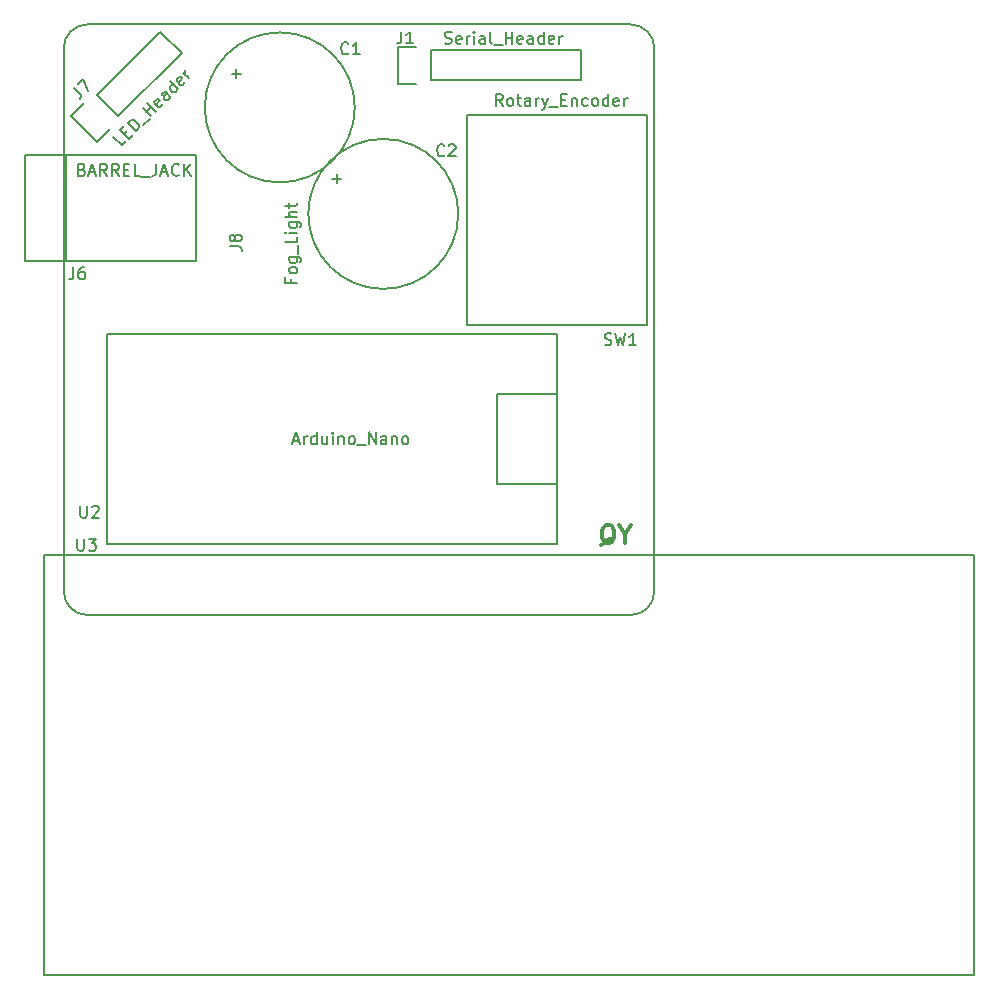
<source format=gto>
G04 #@! TF.FileFunction,Legend,Top*
%FSLAX46Y46*%
G04 Gerber Fmt 4.6, Leading zero omitted, Abs format (unit mm)*
G04 Created by KiCad (PCBNEW 4.0.1-stable) date 1/31/2016 9:18:08 PM*
%MOMM*%
G01*
G04 APERTURE LIST*
%ADD10C,0.100000*%
%ADD11C,0.200000*%
%ADD12C,0.300000*%
%ADD13C,0.150000*%
G04 APERTURE END LIST*
D10*
D11*
X106896800Y-55050800D02*
G75*
G03X104896800Y-53050800I-2000000J0D01*
G01*
X104896800Y-103050800D02*
G75*
G03X106896800Y-101050800I0J2000000D01*
G01*
X104896800Y-103050800D02*
X58896800Y-103050800D01*
X56896800Y-101050800D02*
X56896800Y-55050800D01*
X58896800Y-53050800D02*
X104896800Y-53050800D01*
D12*
X104417714Y-96230286D02*
X104417714Y-96944571D01*
X104917714Y-95444571D02*
X104417714Y-96230286D01*
X103917714Y-95444571D01*
X102417714Y-97087429D02*
X102560571Y-97016000D01*
X102703428Y-96873143D01*
X102917714Y-96658857D01*
X103060571Y-96587429D01*
X103203428Y-96587429D01*
X103132000Y-96944571D02*
X103274857Y-96873143D01*
X103417714Y-96730286D01*
X103489143Y-96444571D01*
X103489143Y-95944571D01*
X103417714Y-95658857D01*
X103274857Y-95516000D01*
X103132000Y-95444571D01*
X102846286Y-95444571D01*
X102703428Y-95516000D01*
X102560571Y-95658857D01*
X102489143Y-95944571D01*
X102489143Y-96444571D01*
X102560571Y-96730286D01*
X102703428Y-96873143D01*
X102846286Y-96944571D01*
X103132000Y-96944571D01*
D11*
X106896800Y-55050800D02*
X106896800Y-101050800D01*
X104896800Y-103050800D02*
X58896800Y-103050800D01*
X58896800Y-53050800D02*
G75*
G03X56896800Y-55050800I0J-2000000D01*
G01*
X56896800Y-101050800D02*
G75*
G03X58896800Y-103050800I2000000J0D01*
G01*
D13*
X90297000Y-69088000D02*
G75*
G03X90297000Y-69088000I-6350000J0D01*
G01*
X61486051Y-60833000D02*
X66874205Y-55444846D01*
X59690000Y-59036949D02*
X65078154Y-53648795D01*
X57497969Y-60833000D02*
X58593984Y-59736984D01*
X66874205Y-55444846D02*
X65078154Y-53648795D01*
X59690000Y-59036949D02*
X61486051Y-60833000D01*
X60786016Y-61929016D02*
X59690000Y-63025031D01*
X59690000Y-63025031D02*
X57497969Y-60833000D01*
X98679000Y-84328000D02*
X93599000Y-84328000D01*
X93599000Y-84328000D02*
X93599000Y-90678000D01*
X93599000Y-90678000D02*
X93599000Y-91948000D01*
X93599000Y-91948000D02*
X98679000Y-91948000D01*
X60579000Y-79248000D02*
X98679000Y-79248000D01*
X98679000Y-79248000D02*
X98679000Y-97028000D01*
X98679000Y-97028000D02*
X60579000Y-97028000D01*
X60579000Y-97028000D02*
X60579000Y-79248000D01*
X81534000Y-60071000D02*
G75*
G03X81534000Y-60071000I-6350000J0D01*
G01*
X88011000Y-55245000D02*
X100711000Y-55245000D01*
X100711000Y-55245000D02*
X100711000Y-57785000D01*
X100711000Y-57785000D02*
X88011000Y-57785000D01*
X85191000Y-54965000D02*
X86741000Y-54965000D01*
X88011000Y-55245000D02*
X88011000Y-57785000D01*
X86741000Y-58065000D02*
X85191000Y-58065000D01*
X85191000Y-58065000D02*
X85191000Y-54965000D01*
X106299000Y-77216000D02*
X106299000Y-60706000D01*
X106299000Y-60706000D02*
X91059000Y-60706000D01*
X91059000Y-60706000D02*
X91059000Y-77216000D01*
X91059000Y-77216000D02*
X91059000Y-78486000D01*
X91059000Y-78486000D02*
X106299000Y-78486000D01*
X106299000Y-78486000D02*
X106299000Y-77216000D01*
X108534200Y-97993200D02*
X133934200Y-97993200D01*
X133934200Y-97993200D02*
X133934200Y-133553200D01*
X133934200Y-133553200D02*
X108534200Y-133553200D01*
X108534200Y-97993200D02*
X55194200Y-97993200D01*
X55194200Y-97993200D02*
X55194200Y-133553200D01*
X55194200Y-133553200D02*
X108534200Y-133553200D01*
X55194200Y-133553200D02*
X55194200Y-97993200D01*
X57086500Y-64079120D02*
X57086500Y-73080880D01*
X53586380Y-64079120D02*
X53586380Y-73080880D01*
X53586380Y-73080880D02*
X68087240Y-73080880D01*
X68087240Y-73080880D02*
X68087240Y-64079120D01*
X68087240Y-64079120D02*
X53586380Y-64079120D01*
X89114334Y-64111143D02*
X89066715Y-64158762D01*
X88923858Y-64206381D01*
X88828620Y-64206381D01*
X88685762Y-64158762D01*
X88590524Y-64063524D01*
X88542905Y-63968286D01*
X88495286Y-63777810D01*
X88495286Y-63634952D01*
X88542905Y-63444476D01*
X88590524Y-63349238D01*
X88685762Y-63254000D01*
X88828620Y-63206381D01*
X88923858Y-63206381D01*
X89066715Y-63254000D01*
X89114334Y-63301619D01*
X89495286Y-63301619D02*
X89542905Y-63254000D01*
X89638143Y-63206381D01*
X89876239Y-63206381D01*
X89971477Y-63254000D01*
X90019096Y-63301619D01*
X90066715Y-63396857D01*
X90066715Y-63492095D01*
X90019096Y-63634952D01*
X89447667Y-64206381D01*
X90066715Y-64206381D01*
X79629048Y-66111429D02*
X80390953Y-66111429D01*
X80010001Y-66492381D02*
X80010001Y-65730476D01*
X57797072Y-58395477D02*
X58302148Y-58900553D01*
X58369491Y-59035241D01*
X58369491Y-59169928D01*
X58302148Y-59304615D01*
X58234804Y-59371958D01*
X58066446Y-58126103D02*
X58537850Y-57654698D01*
X58941911Y-58664851D01*
X62149828Y-62949935D02*
X61813110Y-63286653D01*
X61106004Y-62579546D01*
X62015141Y-62343843D02*
X62250843Y-62108141D01*
X62722248Y-62377515D02*
X62385530Y-62714233D01*
X61678424Y-62007126D01*
X62015141Y-61670408D01*
X63025294Y-62074470D02*
X62318187Y-61367363D01*
X62486545Y-61199004D01*
X62621233Y-61131660D01*
X62755920Y-61131660D01*
X62856935Y-61165332D01*
X63025294Y-61266347D01*
X63126310Y-61367363D01*
X63227325Y-61535721D01*
X63260996Y-61636737D01*
X63260996Y-61771424D01*
X63193652Y-61906111D01*
X63025294Y-62074470D01*
X63631385Y-61603065D02*
X64170133Y-61064317D01*
X64271149Y-60828615D02*
X63564042Y-60121508D01*
X63900759Y-60458225D02*
X64304820Y-60054164D01*
X64675210Y-60424553D02*
X63968103Y-59717447D01*
X65247630Y-59784790D02*
X65213958Y-59885805D01*
X65079271Y-60020493D01*
X64978255Y-60054164D01*
X64877240Y-60020493D01*
X64607866Y-59751118D01*
X64574194Y-59650103D01*
X64607866Y-59549088D01*
X64742553Y-59414400D01*
X64843569Y-59380729D01*
X64944584Y-59414400D01*
X65011928Y-59481745D01*
X64742553Y-59885806D01*
X65921065Y-59178698D02*
X65550675Y-58808309D01*
X65449660Y-58774637D01*
X65348645Y-58808309D01*
X65213957Y-58942996D01*
X65180286Y-59044012D01*
X65887393Y-59145027D02*
X65853721Y-59246042D01*
X65685362Y-59414401D01*
X65584347Y-59448073D01*
X65483332Y-59414401D01*
X65415988Y-59347058D01*
X65382317Y-59246043D01*
X65415988Y-59145027D01*
X65584348Y-58976668D01*
X65618019Y-58875653D01*
X66560828Y-58538935D02*
X65853721Y-57831828D01*
X66527157Y-58505263D02*
X66493485Y-58606279D01*
X66358797Y-58740966D01*
X66257782Y-58774638D01*
X66190439Y-58774638D01*
X66089424Y-58740966D01*
X65887393Y-58538935D01*
X65853721Y-58437920D01*
X65853721Y-58370576D01*
X65887393Y-58269561D01*
X66022080Y-58134874D01*
X66123095Y-58101202D01*
X67133248Y-57899172D02*
X67099576Y-58000187D01*
X66964889Y-58134874D01*
X66863874Y-58168546D01*
X66762859Y-58134874D01*
X66493484Y-57865500D01*
X66459812Y-57764485D01*
X66493484Y-57663470D01*
X66628172Y-57528782D01*
X66729187Y-57495110D01*
X66830202Y-57528782D01*
X66897546Y-57596126D01*
X66628172Y-58000188D01*
X67503637Y-57596126D02*
X67032232Y-57124722D01*
X67166919Y-57259408D02*
X67133247Y-57158393D01*
X67133247Y-57091050D01*
X67166919Y-56990035D01*
X67234263Y-56922690D01*
X58293095Y-93813381D02*
X58293095Y-94622905D01*
X58340714Y-94718143D01*
X58388333Y-94765762D01*
X58483571Y-94813381D01*
X58674048Y-94813381D01*
X58769286Y-94765762D01*
X58816905Y-94718143D01*
X58864524Y-94622905D01*
X58864524Y-93813381D01*
X59293095Y-93908619D02*
X59340714Y-93861000D01*
X59435952Y-93813381D01*
X59674048Y-93813381D01*
X59769286Y-93861000D01*
X59816905Y-93908619D01*
X59864524Y-94003857D01*
X59864524Y-94099095D01*
X59816905Y-94241952D01*
X59245476Y-94813381D01*
X59864524Y-94813381D01*
X76346657Y-88304667D02*
X76822848Y-88304667D01*
X76251419Y-88590381D02*
X76584752Y-87590381D01*
X76918086Y-88590381D01*
X77251419Y-88590381D02*
X77251419Y-87923714D01*
X77251419Y-88114190D02*
X77299038Y-88018952D01*
X77346657Y-87971333D01*
X77441895Y-87923714D01*
X77537134Y-87923714D01*
X78299039Y-88590381D02*
X78299039Y-87590381D01*
X78299039Y-88542762D02*
X78203801Y-88590381D01*
X78013324Y-88590381D01*
X77918086Y-88542762D01*
X77870467Y-88495143D01*
X77822848Y-88399905D01*
X77822848Y-88114190D01*
X77870467Y-88018952D01*
X77918086Y-87971333D01*
X78013324Y-87923714D01*
X78203801Y-87923714D01*
X78299039Y-87971333D01*
X79203801Y-87923714D02*
X79203801Y-88590381D01*
X78775229Y-87923714D02*
X78775229Y-88447524D01*
X78822848Y-88542762D01*
X78918086Y-88590381D01*
X79060944Y-88590381D01*
X79156182Y-88542762D01*
X79203801Y-88495143D01*
X79679991Y-88590381D02*
X79679991Y-87923714D01*
X79679991Y-87590381D02*
X79632372Y-87638000D01*
X79679991Y-87685619D01*
X79727610Y-87638000D01*
X79679991Y-87590381D01*
X79679991Y-87685619D01*
X80156181Y-87923714D02*
X80156181Y-88590381D01*
X80156181Y-88018952D02*
X80203800Y-87971333D01*
X80299038Y-87923714D01*
X80441896Y-87923714D01*
X80537134Y-87971333D01*
X80584753Y-88066571D01*
X80584753Y-88590381D01*
X81203800Y-88590381D02*
X81108562Y-88542762D01*
X81060943Y-88495143D01*
X81013324Y-88399905D01*
X81013324Y-88114190D01*
X81060943Y-88018952D01*
X81108562Y-87971333D01*
X81203800Y-87923714D01*
X81346658Y-87923714D01*
X81441896Y-87971333D01*
X81489515Y-88018952D01*
X81537134Y-88114190D01*
X81537134Y-88399905D01*
X81489515Y-88495143D01*
X81441896Y-88542762D01*
X81346658Y-88590381D01*
X81203800Y-88590381D01*
X81727610Y-88685619D02*
X82489515Y-88685619D01*
X82727610Y-88590381D02*
X82727610Y-87590381D01*
X83299039Y-88590381D01*
X83299039Y-87590381D01*
X84203801Y-88590381D02*
X84203801Y-88066571D01*
X84156182Y-87971333D01*
X84060944Y-87923714D01*
X83870467Y-87923714D01*
X83775229Y-87971333D01*
X84203801Y-88542762D02*
X84108563Y-88590381D01*
X83870467Y-88590381D01*
X83775229Y-88542762D01*
X83727610Y-88447524D01*
X83727610Y-88352286D01*
X83775229Y-88257048D01*
X83870467Y-88209429D01*
X84108563Y-88209429D01*
X84203801Y-88161810D01*
X84679991Y-87923714D02*
X84679991Y-88590381D01*
X84679991Y-88018952D02*
X84727610Y-87971333D01*
X84822848Y-87923714D01*
X84965706Y-87923714D01*
X85060944Y-87971333D01*
X85108563Y-88066571D01*
X85108563Y-88590381D01*
X85727610Y-88590381D02*
X85632372Y-88542762D01*
X85584753Y-88495143D01*
X85537134Y-88399905D01*
X85537134Y-88114190D01*
X85584753Y-88018952D01*
X85632372Y-87971333D01*
X85727610Y-87923714D01*
X85870468Y-87923714D01*
X85965706Y-87971333D01*
X86013325Y-88018952D01*
X86060944Y-88114190D01*
X86060944Y-88399905D01*
X86013325Y-88495143D01*
X85965706Y-88542762D01*
X85870468Y-88590381D01*
X85727610Y-88590381D01*
X80986334Y-55475143D02*
X80938715Y-55522762D01*
X80795858Y-55570381D01*
X80700620Y-55570381D01*
X80557762Y-55522762D01*
X80462524Y-55427524D01*
X80414905Y-55332286D01*
X80367286Y-55141810D01*
X80367286Y-54998952D01*
X80414905Y-54808476D01*
X80462524Y-54713238D01*
X80557762Y-54618000D01*
X80700620Y-54570381D01*
X80795858Y-54570381D01*
X80938715Y-54618000D01*
X80986334Y-54665619D01*
X81938715Y-55570381D02*
X81367286Y-55570381D01*
X81653000Y-55570381D02*
X81653000Y-54570381D01*
X81557762Y-54713238D01*
X81462524Y-54808476D01*
X81367286Y-54856095D01*
X71120048Y-57221429D02*
X71881953Y-57221429D01*
X71501001Y-57602381D02*
X71501001Y-56840476D01*
X85467867Y-53655981D02*
X85467867Y-54370267D01*
X85420247Y-54513124D01*
X85325009Y-54608362D01*
X85182152Y-54655981D01*
X85086914Y-54655981D01*
X86467867Y-54655981D02*
X85896438Y-54655981D01*
X86182152Y-54655981D02*
X86182152Y-53655981D01*
X86086914Y-53798838D01*
X85991676Y-53894076D01*
X85896438Y-53941695D01*
X89154618Y-54633762D02*
X89297475Y-54681381D01*
X89535571Y-54681381D01*
X89630809Y-54633762D01*
X89678428Y-54586143D01*
X89726047Y-54490905D01*
X89726047Y-54395667D01*
X89678428Y-54300429D01*
X89630809Y-54252810D01*
X89535571Y-54205190D01*
X89345094Y-54157571D01*
X89249856Y-54109952D01*
X89202237Y-54062333D01*
X89154618Y-53967095D01*
X89154618Y-53871857D01*
X89202237Y-53776619D01*
X89249856Y-53729000D01*
X89345094Y-53681381D01*
X89583190Y-53681381D01*
X89726047Y-53729000D01*
X90535571Y-54633762D02*
X90440333Y-54681381D01*
X90249856Y-54681381D01*
X90154618Y-54633762D01*
X90106999Y-54538524D01*
X90106999Y-54157571D01*
X90154618Y-54062333D01*
X90249856Y-54014714D01*
X90440333Y-54014714D01*
X90535571Y-54062333D01*
X90583190Y-54157571D01*
X90583190Y-54252810D01*
X90106999Y-54348048D01*
X91011761Y-54681381D02*
X91011761Y-54014714D01*
X91011761Y-54205190D02*
X91059380Y-54109952D01*
X91106999Y-54062333D01*
X91202237Y-54014714D01*
X91297476Y-54014714D01*
X91630809Y-54681381D02*
X91630809Y-54014714D01*
X91630809Y-53681381D02*
X91583190Y-53729000D01*
X91630809Y-53776619D01*
X91678428Y-53729000D01*
X91630809Y-53681381D01*
X91630809Y-53776619D01*
X92535571Y-54681381D02*
X92535571Y-54157571D01*
X92487952Y-54062333D01*
X92392714Y-54014714D01*
X92202237Y-54014714D01*
X92106999Y-54062333D01*
X92535571Y-54633762D02*
X92440333Y-54681381D01*
X92202237Y-54681381D01*
X92106999Y-54633762D01*
X92059380Y-54538524D01*
X92059380Y-54443286D01*
X92106999Y-54348048D01*
X92202237Y-54300429D01*
X92440333Y-54300429D01*
X92535571Y-54252810D01*
X93154618Y-54681381D02*
X93059380Y-54633762D01*
X93011761Y-54538524D01*
X93011761Y-53681381D01*
X93297476Y-54776619D02*
X94059381Y-54776619D01*
X94297476Y-54681381D02*
X94297476Y-53681381D01*
X94297476Y-54157571D02*
X94868905Y-54157571D01*
X94868905Y-54681381D02*
X94868905Y-53681381D01*
X95726048Y-54633762D02*
X95630810Y-54681381D01*
X95440333Y-54681381D01*
X95345095Y-54633762D01*
X95297476Y-54538524D01*
X95297476Y-54157571D01*
X95345095Y-54062333D01*
X95440333Y-54014714D01*
X95630810Y-54014714D01*
X95726048Y-54062333D01*
X95773667Y-54157571D01*
X95773667Y-54252810D01*
X95297476Y-54348048D01*
X96630810Y-54681381D02*
X96630810Y-54157571D01*
X96583191Y-54062333D01*
X96487953Y-54014714D01*
X96297476Y-54014714D01*
X96202238Y-54062333D01*
X96630810Y-54633762D02*
X96535572Y-54681381D01*
X96297476Y-54681381D01*
X96202238Y-54633762D01*
X96154619Y-54538524D01*
X96154619Y-54443286D01*
X96202238Y-54348048D01*
X96297476Y-54300429D01*
X96535572Y-54300429D01*
X96630810Y-54252810D01*
X97535572Y-54681381D02*
X97535572Y-53681381D01*
X97535572Y-54633762D02*
X97440334Y-54681381D01*
X97249857Y-54681381D01*
X97154619Y-54633762D01*
X97107000Y-54586143D01*
X97059381Y-54490905D01*
X97059381Y-54205190D01*
X97107000Y-54109952D01*
X97154619Y-54062333D01*
X97249857Y-54014714D01*
X97440334Y-54014714D01*
X97535572Y-54062333D01*
X98392715Y-54633762D02*
X98297477Y-54681381D01*
X98107000Y-54681381D01*
X98011762Y-54633762D01*
X97964143Y-54538524D01*
X97964143Y-54157571D01*
X98011762Y-54062333D01*
X98107000Y-54014714D01*
X98297477Y-54014714D01*
X98392715Y-54062333D01*
X98440334Y-54157571D01*
X98440334Y-54252810D01*
X97964143Y-54348048D01*
X98868905Y-54681381D02*
X98868905Y-54014714D01*
X98868905Y-54205190D02*
X98916524Y-54109952D01*
X98964143Y-54062333D01*
X99059381Y-54014714D01*
X99154620Y-54014714D01*
X102679667Y-80160762D02*
X102822524Y-80208381D01*
X103060620Y-80208381D01*
X103155858Y-80160762D01*
X103203477Y-80113143D01*
X103251096Y-80017905D01*
X103251096Y-79922667D01*
X103203477Y-79827429D01*
X103155858Y-79779810D01*
X103060620Y-79732190D01*
X102870143Y-79684571D01*
X102774905Y-79636952D01*
X102727286Y-79589333D01*
X102679667Y-79494095D01*
X102679667Y-79398857D01*
X102727286Y-79303619D01*
X102774905Y-79256000D01*
X102870143Y-79208381D01*
X103108239Y-79208381D01*
X103251096Y-79256000D01*
X103584429Y-79208381D02*
X103822524Y-80208381D01*
X104013001Y-79494095D01*
X104203477Y-80208381D01*
X104441572Y-79208381D01*
X105346334Y-80208381D02*
X104774905Y-80208381D01*
X105060619Y-80208381D02*
X105060619Y-79208381D01*
X104965381Y-79351238D01*
X104870143Y-79446476D01*
X104774905Y-79494095D01*
X94055228Y-59939181D02*
X93721894Y-59462990D01*
X93483799Y-59939181D02*
X93483799Y-58939181D01*
X93864752Y-58939181D01*
X93959990Y-58986800D01*
X94007609Y-59034419D01*
X94055228Y-59129657D01*
X94055228Y-59272514D01*
X94007609Y-59367752D01*
X93959990Y-59415371D01*
X93864752Y-59462990D01*
X93483799Y-59462990D01*
X94626656Y-59939181D02*
X94531418Y-59891562D01*
X94483799Y-59843943D01*
X94436180Y-59748705D01*
X94436180Y-59462990D01*
X94483799Y-59367752D01*
X94531418Y-59320133D01*
X94626656Y-59272514D01*
X94769514Y-59272514D01*
X94864752Y-59320133D01*
X94912371Y-59367752D01*
X94959990Y-59462990D01*
X94959990Y-59748705D01*
X94912371Y-59843943D01*
X94864752Y-59891562D01*
X94769514Y-59939181D01*
X94626656Y-59939181D01*
X95245704Y-59272514D02*
X95626656Y-59272514D01*
X95388561Y-58939181D02*
X95388561Y-59796324D01*
X95436180Y-59891562D01*
X95531418Y-59939181D01*
X95626656Y-59939181D01*
X96388562Y-59939181D02*
X96388562Y-59415371D01*
X96340943Y-59320133D01*
X96245705Y-59272514D01*
X96055228Y-59272514D01*
X95959990Y-59320133D01*
X96388562Y-59891562D02*
X96293324Y-59939181D01*
X96055228Y-59939181D01*
X95959990Y-59891562D01*
X95912371Y-59796324D01*
X95912371Y-59701086D01*
X95959990Y-59605848D01*
X96055228Y-59558229D01*
X96293324Y-59558229D01*
X96388562Y-59510610D01*
X96864752Y-59939181D02*
X96864752Y-59272514D01*
X96864752Y-59462990D02*
X96912371Y-59367752D01*
X96959990Y-59320133D01*
X97055228Y-59272514D01*
X97150467Y-59272514D01*
X97388562Y-59272514D02*
X97626657Y-59939181D01*
X97864753Y-59272514D02*
X97626657Y-59939181D01*
X97531419Y-60177276D01*
X97483800Y-60224895D01*
X97388562Y-60272514D01*
X98007610Y-60034419D02*
X98769515Y-60034419D01*
X99007610Y-59415371D02*
X99340944Y-59415371D01*
X99483801Y-59939181D02*
X99007610Y-59939181D01*
X99007610Y-58939181D01*
X99483801Y-58939181D01*
X99912372Y-59272514D02*
X99912372Y-59939181D01*
X99912372Y-59367752D02*
X99959991Y-59320133D01*
X100055229Y-59272514D01*
X100198087Y-59272514D01*
X100293325Y-59320133D01*
X100340944Y-59415371D01*
X100340944Y-59939181D01*
X101245706Y-59891562D02*
X101150468Y-59939181D01*
X100959991Y-59939181D01*
X100864753Y-59891562D01*
X100817134Y-59843943D01*
X100769515Y-59748705D01*
X100769515Y-59462990D01*
X100817134Y-59367752D01*
X100864753Y-59320133D01*
X100959991Y-59272514D01*
X101150468Y-59272514D01*
X101245706Y-59320133D01*
X101817134Y-59939181D02*
X101721896Y-59891562D01*
X101674277Y-59843943D01*
X101626658Y-59748705D01*
X101626658Y-59462990D01*
X101674277Y-59367752D01*
X101721896Y-59320133D01*
X101817134Y-59272514D01*
X101959992Y-59272514D01*
X102055230Y-59320133D01*
X102102849Y-59367752D01*
X102150468Y-59462990D01*
X102150468Y-59748705D01*
X102102849Y-59843943D01*
X102055230Y-59891562D01*
X101959992Y-59939181D01*
X101817134Y-59939181D01*
X103007611Y-59939181D02*
X103007611Y-58939181D01*
X103007611Y-59891562D02*
X102912373Y-59939181D01*
X102721896Y-59939181D01*
X102626658Y-59891562D01*
X102579039Y-59843943D01*
X102531420Y-59748705D01*
X102531420Y-59462990D01*
X102579039Y-59367752D01*
X102626658Y-59320133D01*
X102721896Y-59272514D01*
X102912373Y-59272514D01*
X103007611Y-59320133D01*
X103864754Y-59891562D02*
X103769516Y-59939181D01*
X103579039Y-59939181D01*
X103483801Y-59891562D01*
X103436182Y-59796324D01*
X103436182Y-59415371D01*
X103483801Y-59320133D01*
X103579039Y-59272514D01*
X103769516Y-59272514D01*
X103864754Y-59320133D01*
X103912373Y-59415371D01*
X103912373Y-59510610D01*
X103436182Y-59605848D01*
X104340944Y-59939181D02*
X104340944Y-59272514D01*
X104340944Y-59462990D02*
X104388563Y-59367752D01*
X104436182Y-59320133D01*
X104531420Y-59272514D01*
X104626659Y-59272514D01*
X58039095Y-96607381D02*
X58039095Y-97416905D01*
X58086714Y-97512143D01*
X58134333Y-97559762D01*
X58229571Y-97607381D01*
X58420048Y-97607381D01*
X58515286Y-97559762D01*
X58562905Y-97512143D01*
X58610524Y-97416905D01*
X58610524Y-96607381D01*
X58991476Y-96607381D02*
X59610524Y-96607381D01*
X59277190Y-96988333D01*
X59420048Y-96988333D01*
X59515286Y-97035952D01*
X59562905Y-97083571D01*
X59610524Y-97178810D01*
X59610524Y-97416905D01*
X59562905Y-97512143D01*
X59515286Y-97559762D01*
X59420048Y-97607381D01*
X59134333Y-97607381D01*
X59039095Y-97559762D01*
X58991476Y-97512143D01*
X57705667Y-73620381D02*
X57705667Y-74334667D01*
X57658047Y-74477524D01*
X57562809Y-74572762D01*
X57419952Y-74620381D01*
X57324714Y-74620381D01*
X58610429Y-73620381D02*
X58419952Y-73620381D01*
X58324714Y-73668000D01*
X58277095Y-73715619D01*
X58181857Y-73858476D01*
X58134238Y-74048952D01*
X58134238Y-74429905D01*
X58181857Y-74525143D01*
X58229476Y-74572762D01*
X58324714Y-74620381D01*
X58515191Y-74620381D01*
X58610429Y-74572762D01*
X58658048Y-74525143D01*
X58705667Y-74429905D01*
X58705667Y-74191810D01*
X58658048Y-74096571D01*
X58610429Y-74048952D01*
X58515191Y-74001333D01*
X58324714Y-74001333D01*
X58229476Y-74048952D01*
X58181857Y-74096571D01*
X58134238Y-74191810D01*
X58460238Y-65333571D02*
X58603095Y-65381190D01*
X58650714Y-65428810D01*
X58698333Y-65524048D01*
X58698333Y-65666905D01*
X58650714Y-65762143D01*
X58603095Y-65809762D01*
X58507857Y-65857381D01*
X58126904Y-65857381D01*
X58126904Y-64857381D01*
X58460238Y-64857381D01*
X58555476Y-64905000D01*
X58603095Y-64952619D01*
X58650714Y-65047857D01*
X58650714Y-65143095D01*
X58603095Y-65238333D01*
X58555476Y-65285952D01*
X58460238Y-65333571D01*
X58126904Y-65333571D01*
X59079285Y-65571667D02*
X59555476Y-65571667D01*
X58984047Y-65857381D02*
X59317380Y-64857381D01*
X59650714Y-65857381D01*
X60555476Y-65857381D02*
X60222142Y-65381190D01*
X59984047Y-65857381D02*
X59984047Y-64857381D01*
X60365000Y-64857381D01*
X60460238Y-64905000D01*
X60507857Y-64952619D01*
X60555476Y-65047857D01*
X60555476Y-65190714D01*
X60507857Y-65285952D01*
X60460238Y-65333571D01*
X60365000Y-65381190D01*
X59984047Y-65381190D01*
X61555476Y-65857381D02*
X61222142Y-65381190D01*
X60984047Y-65857381D02*
X60984047Y-64857381D01*
X61365000Y-64857381D01*
X61460238Y-64905000D01*
X61507857Y-64952619D01*
X61555476Y-65047857D01*
X61555476Y-65190714D01*
X61507857Y-65285952D01*
X61460238Y-65333571D01*
X61365000Y-65381190D01*
X60984047Y-65381190D01*
X61984047Y-65333571D02*
X62317381Y-65333571D01*
X62460238Y-65857381D02*
X61984047Y-65857381D01*
X61984047Y-64857381D01*
X62460238Y-64857381D01*
X63365000Y-65857381D02*
X62888809Y-65857381D01*
X62888809Y-64857381D01*
X63460238Y-65952619D02*
X64222143Y-65952619D01*
X64745953Y-64857381D02*
X64745953Y-65571667D01*
X64698333Y-65714524D01*
X64603095Y-65809762D01*
X64460238Y-65857381D01*
X64365000Y-65857381D01*
X65174524Y-65571667D02*
X65650715Y-65571667D01*
X65079286Y-65857381D02*
X65412619Y-64857381D01*
X65745953Y-65857381D01*
X66650715Y-65762143D02*
X66603096Y-65809762D01*
X66460239Y-65857381D01*
X66365001Y-65857381D01*
X66222143Y-65809762D01*
X66126905Y-65714524D01*
X66079286Y-65619286D01*
X66031667Y-65428810D01*
X66031667Y-65285952D01*
X66079286Y-65095476D01*
X66126905Y-65000238D01*
X66222143Y-64905000D01*
X66365001Y-64857381D01*
X66460239Y-64857381D01*
X66603096Y-64905000D01*
X66650715Y-64952619D01*
X67079286Y-65857381D02*
X67079286Y-64857381D01*
X67650715Y-65857381D02*
X67222143Y-65285952D01*
X67650715Y-64857381D02*
X67079286Y-65428810D01*
X70953381Y-71834333D02*
X71667667Y-71834333D01*
X71810524Y-71881953D01*
X71905762Y-71977191D01*
X71953381Y-72120048D01*
X71953381Y-72215286D01*
X71381952Y-71215286D02*
X71334333Y-71310524D01*
X71286714Y-71358143D01*
X71191476Y-71405762D01*
X71143857Y-71405762D01*
X71048619Y-71358143D01*
X71001000Y-71310524D01*
X70953381Y-71215286D01*
X70953381Y-71024809D01*
X71001000Y-70929571D01*
X71048619Y-70881952D01*
X71143857Y-70834333D01*
X71191476Y-70834333D01*
X71286714Y-70881952D01*
X71334333Y-70929571D01*
X71381952Y-71024809D01*
X71381952Y-71215286D01*
X71429571Y-71310524D01*
X71477190Y-71358143D01*
X71572429Y-71405762D01*
X71762905Y-71405762D01*
X71858143Y-71358143D01*
X71905762Y-71310524D01*
X71953381Y-71215286D01*
X71953381Y-71024809D01*
X71905762Y-70929571D01*
X71858143Y-70881952D01*
X71762905Y-70834333D01*
X71572429Y-70834333D01*
X71477190Y-70881952D01*
X71429571Y-70929571D01*
X71381952Y-71024809D01*
X76128571Y-74604190D02*
X76128571Y-74937524D01*
X76652381Y-74937524D02*
X75652381Y-74937524D01*
X75652381Y-74461333D01*
X76652381Y-73937524D02*
X76604762Y-74032762D01*
X76557143Y-74080381D01*
X76461905Y-74128000D01*
X76176190Y-74128000D01*
X76080952Y-74080381D01*
X76033333Y-74032762D01*
X75985714Y-73937524D01*
X75985714Y-73794666D01*
X76033333Y-73699428D01*
X76080952Y-73651809D01*
X76176190Y-73604190D01*
X76461905Y-73604190D01*
X76557143Y-73651809D01*
X76604762Y-73699428D01*
X76652381Y-73794666D01*
X76652381Y-73937524D01*
X75985714Y-72747047D02*
X76795238Y-72747047D01*
X76890476Y-72794666D01*
X76938095Y-72842285D01*
X76985714Y-72937524D01*
X76985714Y-73080381D01*
X76938095Y-73175619D01*
X76604762Y-72747047D02*
X76652381Y-72842285D01*
X76652381Y-73032762D01*
X76604762Y-73128000D01*
X76557143Y-73175619D01*
X76461905Y-73223238D01*
X76176190Y-73223238D01*
X76080952Y-73175619D01*
X76033333Y-73128000D01*
X75985714Y-73032762D01*
X75985714Y-72842285D01*
X76033333Y-72747047D01*
X76747619Y-72508952D02*
X76747619Y-71747047D01*
X76652381Y-71032761D02*
X76652381Y-71508952D01*
X75652381Y-71508952D01*
X76652381Y-70699428D02*
X75985714Y-70699428D01*
X75652381Y-70699428D02*
X75700000Y-70747047D01*
X75747619Y-70699428D01*
X75700000Y-70651809D01*
X75652381Y-70699428D01*
X75747619Y-70699428D01*
X75985714Y-69794666D02*
X76795238Y-69794666D01*
X76890476Y-69842285D01*
X76938095Y-69889904D01*
X76985714Y-69985143D01*
X76985714Y-70128000D01*
X76938095Y-70223238D01*
X76604762Y-69794666D02*
X76652381Y-69889904D01*
X76652381Y-70080381D01*
X76604762Y-70175619D01*
X76557143Y-70223238D01*
X76461905Y-70270857D01*
X76176190Y-70270857D01*
X76080952Y-70223238D01*
X76033333Y-70175619D01*
X75985714Y-70080381D01*
X75985714Y-69889904D01*
X76033333Y-69794666D01*
X76652381Y-69318476D02*
X75652381Y-69318476D01*
X76652381Y-68889904D02*
X76128571Y-68889904D01*
X76033333Y-68937523D01*
X75985714Y-69032761D01*
X75985714Y-69175619D01*
X76033333Y-69270857D01*
X76080952Y-69318476D01*
X75985714Y-68556571D02*
X75985714Y-68175619D01*
X75652381Y-68413714D02*
X76509524Y-68413714D01*
X76604762Y-68366095D01*
X76652381Y-68270857D01*
X76652381Y-68175619D01*
M02*

</source>
